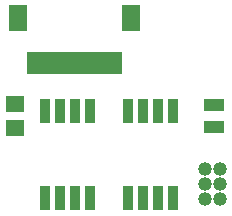
<source format=gbs>
G04 #@! TF.FileFunction,Soldermask,Bot*
%FSLAX46Y46*%
G04 Gerber Fmt 4.6, Leading zero omitted, Abs format (unit mm)*
G04 Created by KiCad (PCBNEW 4.0.7) date 03/27/20 13:09:03*
%MOMM*%
%LPD*%
G01*
G04 APERTURE LIST*
%ADD10C,0.100000*%
%ADD11R,1.650000X1.400000*%
%ADD12R,1.000000X1.950000*%
%ADD13R,1.600000X2.200000*%
%ADD14C,1.187000*%
%ADD15R,1.700000X1.100000*%
%ADD16R,0.950000X2.150000*%
G04 APERTURE END LIST*
D10*
D11*
X119800000Y-114500000D03*
X119800000Y-112500000D03*
D12*
X121300000Y-109037500D03*
X122300000Y-109037500D03*
X123300000Y-109037500D03*
X124300000Y-109037500D03*
X125300000Y-109037500D03*
X126300000Y-109037500D03*
X127300000Y-109037500D03*
X128300000Y-109037500D03*
D13*
X120000000Y-105162500D03*
X129600000Y-105162500D03*
D14*
X137135000Y-118020000D03*
X135865000Y-118020000D03*
X137135000Y-119290000D03*
X135865000Y-119290000D03*
X137135000Y-120560000D03*
X135865000Y-120560000D03*
D15*
X136600000Y-112550000D03*
X136600000Y-114450000D03*
D16*
X126155000Y-120450000D03*
X124885000Y-120450000D03*
X123615000Y-120450000D03*
X122345000Y-120450000D03*
X122345000Y-113050000D03*
X123615000Y-113050000D03*
X124885000Y-113050000D03*
X126155000Y-113050000D03*
X133155000Y-120450000D03*
X131885000Y-120450000D03*
X130615000Y-120450000D03*
X129345000Y-120450000D03*
X129345000Y-113050000D03*
X130615000Y-113050000D03*
X131885000Y-113050000D03*
X133155000Y-113050000D03*
M02*

</source>
